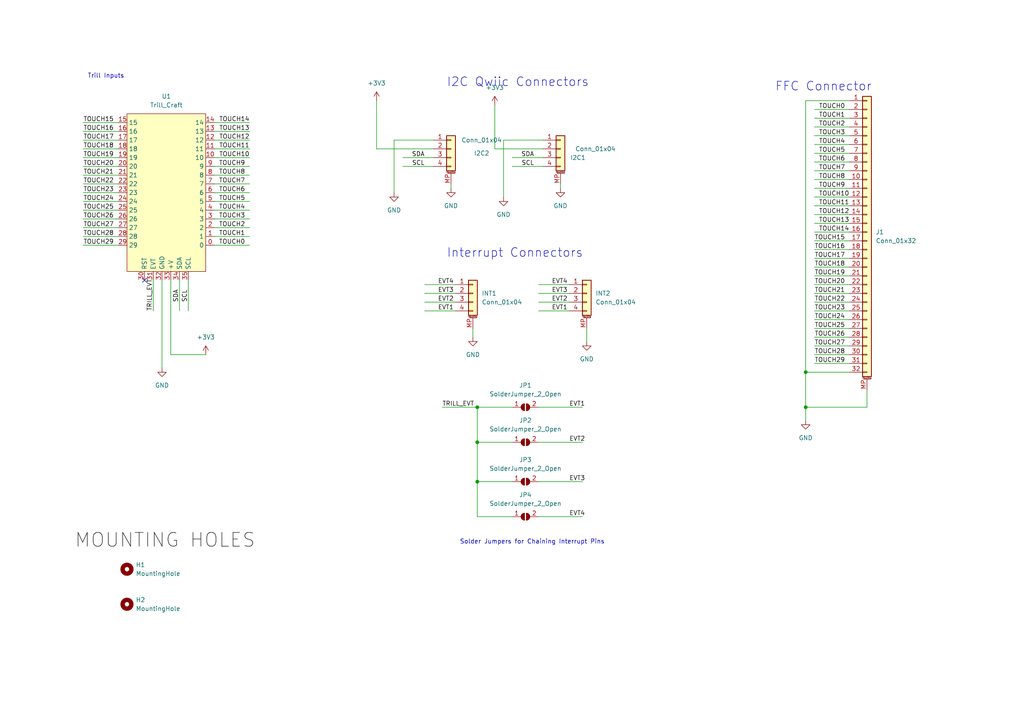
<source format=kicad_sch>
(kicad_sch (version 20230121) (generator eeschema)
  (paper "A4")
  (title_block (title "T-stick Trill Touch Extension Board vFFC") (date "2023-09") (rev "2") (company "Input Devices and Musical Interaction Lab, McGill University"))
  (lib_symbols
    (symbol "+3V3_1" (power) (pin_names (offset 0))
      (property "Value" "+3V3_1" (at 0 3.556 0))
      (symbol "+3V3_1_0_1"
        (polyline (pts (xy -0.762 1.27) (xy 0 2.54)))
        (polyline (pts (xy 0 0) (xy 0 2.54)))
        (polyline (pts (xy 0 2.54) (xy 0.762 1.27)))
      )
      (symbol "+3V3_1_1_1"
        (pin power_in line (at 0 0 90) (length 0) hide (name "+3V3") (number "1"))
      )
    )
    (symbol "Connector_Generic_MountingPin:Conn_01x04_MountingPin" (pin_names (offset 1.016) hide)
      (property "Reference" "J" (at 0 5.08 0))
      (property "Value" "Conn_01x04_MountingPin" (at 1.27 -7.62 0))
      (symbol "Conn_01x04_MountingPin_1_1"
        (rectangle (start -1.27 -4.953) (end 0 -5.207) (stroke (width 0.1524)))
        (rectangle (start -1.27 -2.413) (end 0 -2.667) (stroke (width 0.1524)))
        (rectangle (start -1.27 0.127) (end 0 -0.127) (stroke (width 0.1524)))
        (rectangle (start -1.27 2.667) (end 0 2.413) (stroke (width 0.1524)))
        (rectangle (start -1.27 3.81) (end 1.27 -6.35) (stroke (width 0.254)) (fill (type background)))
        (polyline (pts (xy -1.016 -7.112) (xy 1.016 -7.112)) (stroke (width 0.1524)))
        (text "Mounting" (at 0 -6.731 0) (effects (font (size 0.381 0.381))))
        (pin passive line (at -5.08 2.54 0) (length 3.81) (name "Pin_1") (number "1"))
        (pin passive line (at -5.08 0 0) (length 3.81) (name "Pin_2") (number "2"))
        (pin passive line (at -5.08 -2.54 0) (length 3.81) (name "Pin_3") (number "3"))
        (pin passive line (at -5.08 -5.08 0) (length 3.81) (name "Pin_4") (number "4"))
        (pin passive line (at 0 -10.16 90) (length 3.048) (name "MountPin") (number "MP"))
      )
    )
    (symbol "Connector_Generic_MountingPin:Conn_01x32_MountingPin" (pin_names (offset 1.016) hide)
      (property "Reference" "J" (at 0 40.64 0))
      (property "Value" "Conn_01x32_MountingPin" (at 1.27 -43.18 0))
      (symbol "Conn_01x32_MountingPin_1_1"
        (rectangle (start -1.27 -40.513) (end 0 -40.767) (stroke (width 0.1524)))
        (rectangle (start -1.27 -37.973) (end 0 -38.227) (stroke (width 0.1524)))
        (rectangle (start -1.27 -35.433) (end 0 -35.687) (stroke (width 0.1524)))
        (rectangle (start -1.27 -32.893) (end 0 -33.147) (stroke (width 0.1524)))
        (rectangle (start -1.27 -30.353) (end 0 -30.607) (stroke (width 0.1524)))
        (rectangle (start -1.27 -27.813) (end 0 -28.067) (stroke (width 0.1524)))
        (rectangle (start -1.27 -25.273) (end 0 -25.527) (stroke (width 0.1524)))
        (rectangle (start -1.27 -22.733) (end 0 -22.987) (stroke (width 0.1524)))
        (rectangle (start -1.27 -20.193) (end 0 -20.447) (stroke (width 0.1524)))
        (rectangle (start -1.27 -17.653) (end 0 -17.907) (stroke (width 0.1524)))
        (rectangle (start -1.27 -15.113) (end 0 -15.367) (stroke (width 0.1524)))
        (rectangle (start -1.27 -12.573) (end 0 -12.827) (stroke (width 0.1524)))
        (rectangle (start -1.27 -10.033) (end 0 -10.287) (stroke (width 0.1524)))
        (rectangle (start -1.27 -7.493) (end 0 -7.747) (stroke (width 0.1524)))
        (rectangle (start -1.27 -4.953) (end 0 -5.207) (stroke (width 0.1524)))
        (rectangle (start -1.27 -2.413) (end 0 -2.667) (stroke (width 0.1524)))
        (rectangle (start -1.27 0.127) (end 0 -0.127) (stroke (width 0.1524)))
        (rectangle (start -1.27 2.667) (end 0 2.413) (stroke (width 0.1524)))
        (rectangle (start -1.27 5.207) (end 0 4.953) (stroke (width 0.1524)))
        (rectangle (start -1.27 7.747) (end 0 7.493) (stroke (width 0.1524)))
        (rectangle (start -1.27 10.287) (end 0 10.033) (stroke (width 0.1524)))
        (rectangle (start -1.27 12.827) (end 0 12.573) (stroke (width 0.1524)))
        (rectangle (start -1.27 15.367) (end 0 15.113) (stroke (width 0.1524)))
        (rectangle (start -1.27 17.907) (end 0 17.653) (stroke (width 0.1524)))
        (rectangle (start -1.27 20.447) (end 0 20.193) (stroke (width 0.1524)))
        (rectangle (start -1.27 22.987) (end 0 22.733) (stroke (width 0.1524)))
        (rectangle (start -1.27 25.527) (end 0 25.273) (stroke (width 0.1524)))
        (rectangle (start -1.27 28.067) (end 0 27.813) (stroke (width 0.1524)))
        (rectangle (start -1.27 30.607) (end 0 30.353) (stroke (width 0.1524)))
        (rectangle (start -1.27 33.147) (end 0 32.893) (stroke (width 0.1524)))
        (rectangle (start -1.27 35.687) (end 0 35.433) (stroke (width 0.1524)))
        (rectangle (start -1.27 38.227) (end 0 37.973) (stroke (width 0.1524)))
        (rectangle (start -1.27 39.37) (end 1.27 -41.91) (stroke (width 0.254)) (fill (type background)))
        (polyline (pts (xy -1.016 -42.672) (xy 1.016 -42.672)) (stroke (width 0.1524)))
        (text "Mounting" (at 0 -42.291 0) (effects (font (size 0.381 0.381))))
        (pin passive line (at -5.08 38.1 0) (length 3.81) (name "Pin_1") (number "1"))
        (pin passive line (at -5.08 15.24 0) (length 3.81) (name "Pin_10") (number "10"))
        (pin passive line (at -5.08 12.7 0) (length 3.81) (name "Pin_11") (number "11"))
        (pin passive line (at -5.08 10.16 0) (length 3.81) (name "Pin_12") (number "12"))
        (pin passive line (at -5.08 7.62 0) (length 3.81) (name "Pin_13") (number "13"))
        (pin passive line (at -5.08 5.08 0) (length 3.81) (name "Pin_14") (number "14"))
        (pin passive line (at -5.08 2.54 0) (length 3.81) (name "Pin_15") (number "15"))
        (pin passive line (at -5.08 0 0) (length 3.81) (name "Pin_16") (number "16"))
        (pin passive line (at -5.08 -2.54 0) (length 3.81) (name "Pin_17") (number "17"))
        (pin passive line (at -5.08 -5.08 0) (length 3.81) (name "Pin_18") (number "18"))
        (pin passive line (at -5.08 -7.62 0) (length 3.81) (name "Pin_19") (number "19"))
        (pin passive line (at -5.08 35.56 0) (length 3.81) (name "Pin_2") (number "2"))
        (pin passive line (at -5.08 -10.16 0) (length 3.81) (name "Pin_20") (number "20"))
        (pin passive line (at -5.08 -12.7 0) (length 3.81) (name "Pin_21") (number "21"))
        (pin passive line (at -5.08 -15.24 0) (length 3.81) (name "Pin_22") (number "22"))
        (pin passive line (at -5.08 -17.78 0) (length 3.81) (name "Pin_23") (number "23"))
        (pin passive line (at -5.08 -20.32 0) (length 3.81) (name "Pin_24") (number "24"))
        (pin passive line (at -5.08 -22.86 0) (length 3.81) (name "Pin_25") (number "25"))
        (pin passive line (at -5.08 -25.4 0) (length 3.81) (name "Pin_26") (number "26"))
        (pin passive line (at -5.08 -27.94 0) (length 3.81) (name "Pin_27") (number "27"))
        (pin passive line (at -5.08 -30.48 0) (length 3.81) (name "Pin_28") (number "28"))
        (pin passive line (at -5.08 -33.02 0) (length 3.81) (name "Pin_29") (number "29"))
        (pin passive line (at -5.08 33.02 0) (length 3.81) (name "Pin_3") (number "3"))
        (pin passive line (at -5.08 -35.56 0) (length 3.81) (name "Pin_30") (number "30"))
        (pin passive line (at -5.08 -38.1 0) (length 3.81) (name "Pin_31") (number "31"))
        (pin passive line (at -5.08 -40.64 0) (length 3.81) (name "Pin_32") (number "32"))
        (pin passive line (at -5.08 30.48 0) (length 3.81) (name "Pin_4") (number "4"))
        (pin passive line (at -5.08 27.94 0) (length 3.81) (name "Pin_5") (number "5"))
        (pin passive line (at -5.08 25.4 0) (length 3.81) (name "Pin_6") (number "6"))
        (pin passive line (at -5.08 22.86 0) (length 3.81) (name "Pin_7") (number "7"))
        (pin passive line (at -5.08 20.32 0) (length 3.81) (name "Pin_8") (number "8"))
        (pin passive line (at -5.08 17.78 0) (length 3.81) (name "Pin_9") (number "9"))
        (pin passive line (at 0 -45.72 90) (length 3.048) (name "MountPin") (number "MP"))
      )
    )
    (symbol "GND_1" (power) (pin_names (offset 0))
      (property "Value" "GND_1" (at 0 -3.81 0))
      (symbol "GND_1_0_1"
        (polyline (pts (xy 0 0) (xy 0 -1.27) (xy 1.27 -1.27) (xy 0 -2.54) (xy -1.27 -1.27) (xy 0 -1.27)))
      )
      (symbol "GND_1_1_1"
        (pin power_in line (at 0 0 270) (length 0) hide (name "GND") (number "1"))
      )
    )
    (symbol "Jumper:SolderJumper_2_Open" (pin_names (offset 0) hide)
      (property "Reference" "JP" (at 0 2.032 0))
      (property "Value" "SolderJumper_2_Open" (at 0 -2.54 0))
      (symbol "SolderJumper_2_Open_0_1"
        (arc (start -0.254 1.016) (mid -1.2656 0) (end -0.254 -1.016))
        (arc (start -0.254 1.016) (mid -1.2656 0) (end -0.254 -1.016) (fill (type outline)))
        (polyline (pts (xy -0.254 1.016) (xy -0.254 -1.016)))
        (polyline (pts (xy 0.254 1.016) (xy 0.254 -1.016)))
        (arc (start 0.254 -1.016) (mid 1.2656 0) (end 0.254 1.016))
        (arc (start 0.254 -1.016) (mid 1.2656 0) (end 0.254 1.016) (fill (type outline)))
      )
      (symbol "SolderJumper_2_Open_1_1"
        (pin passive line (at -3.81 0 0) (length 2.54) (name "A") (number "1"))
        (pin passive line (at 3.81 0 180) (length 2.54) (name "B") (number "2"))
      )
    )
    (symbol "Mechanical:MountingHole" (pin_names (offset 1.016))
      (property "Reference" "H" (at 0 5.08 0))
      (property "Value" "MountingHole" (at 0 3.175 0))
      (symbol "MountingHole_0_1"
        (circle (center 0 0) (radius 1.27) (stroke (width 1.27)))
      )
    )
    (symbol "power:+3V3" (power) (pin_names (offset 0))
      (property "Value" "+3V3" (at 0 3.556 0))
      (symbol "+3V3_0_1"
        (polyline (pts (xy -0.762 1.27) (xy 0 2.54)))
        (polyline (pts (xy 0 0) (xy 0 2.54)))
        (polyline (pts (xy 0 2.54) (xy 0.762 1.27)))
      )
      (symbol "+3V3_1_1"
        (pin power_in line (at 0 0 90) (length 0) hide (name "+3V3") (number "1"))
      )
    )
    (symbol "power:GND" (power) (pin_names (offset 0))
      (property "Value" "GND" (at 0 -3.81 0))
      (symbol "GND_0_1"
        (polyline (pts (xy 0 0) (xy 0 -1.27) (xy 1.27 -1.27) (xy 0 -2.54) (xy -1.27 -1.27) (xy 0 -1.27)))
      )
      (symbol "GND_1_1"
        (pin power_in line (at 0 0 270) (length 0) hide (name "GND") (number "1"))
      )
    )
    (symbol "trill-symbols:Trill_Craft"
      (property "Reference" "U" (at 0 2.54 0))
      (property "Value" "Trill_Craft" (at 0 0 0))
      (symbol "Trill_Craft_0_1"
        (rectangle (start -11.43 21.59) (end 11.43 -24.13) (fill (type background)))
      )
      (symbol "Trill_Craft_1_1"
        (pin input line (at 13.97 -16.51 180) (length 2.54) (name "0") (number "0"))
        (pin input line (at 13.97 -13.97 180) (length 2.54) (name "1") (number "1"))
        (pin input line (at 13.97 8.89 180) (length 2.54) (name "10") (number "10"))
        (pin input line (at 13.97 11.43 180) (length 2.54) (name "11") (number "11"))
        (pin input line (at 13.97 13.97 180) (length 2.54) (name "12") (number "12"))
        (pin input line (at 13.97 16.51 180) (length 2.54) (name "13") (number "13"))
        (pin input line (at 13.97 19.05 180) (length 2.54) (name "14") (number "14"))
        (pin input line (at -13.97 19.05 0) (length 2.54) (name "15") (number "15"))
        (pin input line (at -13.97 16.51 0) (length 2.54) (name "16") (number "16"))
        (pin input line (at -13.97 13.97 0) (length 2.54) (name "17") (number "17"))
        (pin input line (at -13.97 11.43 0) (length 2.54) (name "18") (number "18"))
        (pin input line (at -13.97 8.89 0) (length 2.54) (name "19") (number "19"))
        (pin input line (at 13.97 -11.43 180) (length 2.54) (name "2") (number "2"))
        (pin input line (at -13.97 6.35 0) (length 2.54) (name "20") (number "20"))
        (pin input line (at -13.97 3.81 0) (length 2.54) (name "21") (number "21"))
        (pin input line (at -13.97 1.27 0) (length 2.54) (name "22") (number "22"))
        (pin input line (at -13.97 -1.27 0) (length 2.54) (name "23") (number "23"))
        (pin input line (at -13.97 -3.81 0) (length 2.54) (name "24") (number "24"))
        (pin input line (at -13.97 -6.35 0) (length 2.54) (name "25") (number "25"))
        (pin input line (at -13.97 -8.89 0) (length 2.54) (name "26") (number "26"))
        (pin input line (at -13.97 -11.43 0) (length 2.54) (name "27") (number "27"))
        (pin input line (at -13.97 -13.97 0) (length 2.54) (name "28") (number "28"))
        (pin input line (at -13.97 -16.51 0) (length 2.54) (name "29") (number "29"))
        (pin input line (at 13.97 -8.89 180) (length 2.54) (name "3") (number "3"))
        (pin input line (at -6.35 -26.67 90) (length 2.54) (name "RST") (number "30"))
        (pin input line (at -3.81 -26.67 90) (length 2.54) (name "EVT") (number "31"))
        (pin power_in line (at -1.27 -26.67 90) (length 2.54) (name "GND") (number "32"))
        (pin power_in line (at 1.27 -26.67 90) (length 2.54) (name "+V") (number "33"))
        (pin bidirectional line (at 3.81 -26.67 90) (length 2.54) (name "SDA") (number "34"))
        (pin bidirectional line (at 6.35 -26.67 90) (length 2.54) (name "SCL") (number "35"))
        (pin input line (at 13.97 -6.35 180) (length 2.54) (name "4") (number "4"))
        (pin input line (at 13.97 -3.81 180) (length 2.54) (name "5") (number "5"))
        (pin input line (at 13.97 -1.27 180) (length 2.54) (name "6") (number "6"))
        (pin input line (at 13.97 1.27 180) (length 2.54) (name "7") (number "7"))
        (pin input line (at 13.97 3.81 180) (length 2.54) (name "8") (number "8"))
        (pin input line (at 13.97 6.35 180) (length 2.54) (name "9") (number "9"))
      )
    )
  )
  (junction (at 138.43 118.11))
  (junction (at 138.43 128.27))
  (junction (at 233.68 107.95))
  (junction (at 138.43 139.7))
  (junction (at 233.68 118.11))
  (no_connect (at 41.91 81.28))
  (wire (pts (xy 123.19 87.63) (xy 132.08 87.63)))
  (wire (pts (xy 72.39 55.88) (xy 62.23 55.88)))
  (wire (pts (xy 52.07 81.28) (xy 52.07 90.17)))
  (wire (pts (xy 246.38 77.47) (xy 236.22 77.47)))
  (wire (pts (xy 236.22 67.31) (xy 246.38 67.31)))
  (wire (pts (xy 34.29 35.56) (xy 24.13 35.56)))
  (wire (pts (xy 72.39 58.42) (xy 62.23 58.42)))
  (wire (pts (xy 236.22 31.75) (xy 246.38 31.75)))
  (wire (pts (xy 246.38 80.01) (xy 236.22 80.01)))
  (wire (pts (xy 246.38 102.87) (xy 236.22 102.87)))
  (wire (pts (xy 236.22 34.29) (xy 246.38 34.29)))
  (wire (pts (xy 148.59 139.7) (xy 138.43 139.7)))
  (wire (pts (xy 246.38 29.21) (xy 233.68 29.21)))
  (wire (pts (xy 236.22 39.37) (xy 246.38 39.37)))
  (wire (pts (xy 138.43 118.11) (xy 148.59 118.11)))
  (wire (pts (xy 44.45 81.28) (xy 44.45 90.17)))
  (wire (pts (xy 62.23 35.56) (xy 72.39 35.56)))
  (wire (pts (xy 62.23 40.64) (xy 72.39 40.64)))
  (wire (pts (xy 246.38 100.33) (xy 236.22 100.33)))
  (wire (pts (xy 251.46 113.03) (xy 251.46 118.11)))
  (wire (pts (xy 123.19 85.09) (xy 132.08 85.09)))
  (wire (pts (xy 49.53 102.87) (xy 59.69 102.87)))
  (wire (pts (xy 233.68 107.95) (xy 233.68 118.11)))
  (wire (pts (xy 34.29 71.12) (xy 24.13 71.12)))
  (wire (pts (xy 72.39 53.34) (xy 62.23 53.34)))
  (wire (pts (xy 34.29 63.5) (xy 24.13 63.5)))
  (wire (pts (xy 143.51 30.48) (xy 143.51 43.18)))
  (wire (pts (xy 157.48 48.26) (xy 148.59 48.26)))
  (wire (pts (xy 138.43 118.11) (xy 138.43 128.27)))
  (wire (pts (xy 246.38 87.63) (xy 236.22 87.63)))
  (wire (pts (xy 236.22 36.83) (xy 246.38 36.83)))
  (wire (pts (xy 114.3 40.64) (xy 114.3 55.88)))
  (wire (pts (xy 125.73 48.26) (xy 116.84 48.26)))
  (wire (pts (xy 125.73 45.72) (xy 116.84 45.72)))
  (wire (pts (xy 109.22 29.21) (xy 109.22 43.18)))
  (wire (pts (xy 236.22 46.99) (xy 246.38 46.99)))
  (wire (pts (xy 236.22 44.45) (xy 246.38 44.45)))
  (wire (pts (xy 123.19 82.55) (xy 132.08 82.55)))
  (wire (pts (xy 72.39 60.96) (xy 62.23 60.96)))
  (wire (pts (xy 34.29 40.64) (xy 24.13 40.64)))
  (wire (pts (xy 72.39 48.26) (xy 62.23 48.26)))
  (wire (pts (xy 34.29 43.18) (xy 24.13 43.18)))
  (wire (pts (xy 148.59 149.86) (xy 138.43 149.86)))
  (wire (pts (xy 138.43 139.7) (xy 138.43 149.86)))
  (wire (pts (xy 236.22 41.91) (xy 246.38 41.91)))
  (wire (pts (xy 246.38 72.39) (xy 236.22 72.39)))
  (wire (pts (xy 157.48 45.72) (xy 148.59 45.72)))
  (wire (pts (xy 156.21 85.09) (xy 165.1 85.09)))
  (wire (pts (xy 54.61 81.28) (xy 54.61 90.17)))
  (wire (pts (xy 128.27 118.11) (xy 138.43 118.11)))
  (wire (pts (xy 34.29 60.96) (xy 24.13 60.96)))
  (wire (pts (xy 236.22 64.77) (xy 246.38 64.77)))
  (wire (pts (xy 34.29 66.04) (xy 24.13 66.04)))
  (wire (pts (xy 34.29 53.34) (xy 24.13 53.34)))
  (wire (pts (xy 156.21 128.27) (xy 168.91 128.27)))
  (wire (pts (xy 49.53 81.28) (xy 49.53 102.87)))
  (wire (pts (xy 236.22 49.53) (xy 246.38 49.53)))
  (wire (pts (xy 62.23 45.72) (xy 72.39 45.72)))
  (wire (pts (xy 72.39 50.8) (xy 62.23 50.8)))
  (wire (pts (xy 34.29 55.88) (xy 24.13 55.88)))
  (wire (pts (xy 72.39 63.5) (xy 62.23 63.5)))
  (wire (pts (xy 46.99 106.68) (xy 46.99 81.28)))
  (wire (pts (xy 246.38 85.09) (xy 236.22 85.09)))
  (wire (pts (xy 34.29 45.72) (xy 24.13 45.72)))
  (wire (pts (xy 156.21 90.17) (xy 165.1 90.17)))
  (wire (pts (xy 156.21 118.11) (xy 168.91 118.11)))
  (wire (pts (xy 246.38 97.79) (xy 236.22 97.79)))
  (wire (pts (xy 157.48 43.18) (xy 143.51 43.18)))
  (wire (pts (xy 72.39 66.04) (xy 62.23 66.04)))
  (wire (pts (xy 72.39 71.12) (xy 62.23 71.12)))
  (wire (pts (xy 246.38 69.85) (xy 236.22 69.85)))
  (wire (pts (xy 233.68 118.11) (xy 251.46 118.11)))
  (wire (pts (xy 34.29 50.8) (xy 24.13 50.8)))
  (wire (pts (xy 138.43 128.27) (xy 138.43 139.7)))
  (wire (pts (xy 34.29 48.26) (xy 24.13 48.26)))
  (wire (pts (xy 246.38 105.41) (xy 236.22 105.41)))
  (wire (pts (xy 246.38 95.25) (xy 236.22 95.25)))
  (wire (pts (xy 156.21 82.55) (xy 165.1 82.55)))
  (wire (pts (xy 62.23 43.18) (xy 72.39 43.18)))
  (wire (pts (xy 148.59 128.27) (xy 138.43 128.27)))
  (wire (pts (xy 34.29 38.1) (xy 24.13 38.1)))
  (wire (pts (xy 233.68 29.21) (xy 233.68 107.95)))
  (wire (pts (xy 246.38 90.17) (xy 236.22 90.17)))
  (wire (pts (xy 162.56 54.61) (xy 162.56 53.34)))
  (wire (pts (xy 246.38 92.71) (xy 236.22 92.71)))
  (wire (pts (xy 62.23 38.1) (xy 72.39 38.1)))
  (wire (pts (xy 72.39 68.58) (xy 62.23 68.58)))
  (wire (pts (xy 233.68 118.11) (xy 233.68 121.92)))
  (wire (pts (xy 125.73 43.18) (xy 109.22 43.18)))
  (wire (pts (xy 156.21 149.86) (xy 168.91 149.86)))
  (wire (pts (xy 236.22 59.69) (xy 246.38 59.69)))
  (wire (pts (xy 236.22 54.61) (xy 246.38 54.61)))
  (wire (pts (xy 137.16 97.79) (xy 137.16 95.25)))
  (wire (pts (xy 156.21 139.7) (xy 168.91 139.7)))
  (wire (pts (xy 246.38 74.93) (xy 236.22 74.93)))
  (wire (pts (xy 157.48 40.64) (xy 146.05 40.64)))
  (wire (pts (xy 34.29 58.42) (xy 24.13 58.42)))
  (wire (pts (xy 34.29 68.58) (xy 24.13 68.58)))
  (wire (pts (xy 146.05 40.64) (xy 146.05 57.15)))
  (wire (pts (xy 236.22 62.23) (xy 246.38 62.23)))
  (wire (pts (xy 125.73 40.64) (xy 114.3 40.64)))
  (wire (pts (xy 236.22 52.07) (xy 246.38 52.07)))
  (wire (pts (xy 123.19 90.17) (xy 132.08 90.17)))
  (wire (pts (xy 233.68 107.95) (xy 246.38 107.95)))
  (wire (pts (xy 130.81 54.61) (xy 130.81 53.34)))
  (wire (pts (xy 156.21 87.63) (xy 165.1 87.63)))
  (wire (pts (xy 170.18 99.06) (xy 170.18 95.25)))
  (wire (pts (xy 236.22 57.15) (xy 246.38 57.15)))
  (wire (pts (xy 246.38 82.55) (xy 236.22 82.55)))
  (text "Trill Inputs" (at 25.4 22.86 0) (effects (font (size 1.27 1.27)) (justify left bottom)))
  (text "Interrupt Connectors" (at 129.54 74.93 0) (effects (font (size 2.54 2.54)) (justify left bottom)))
  (text "Solder Jumpers for Chaining Interrupt Pins\n\n" (at 133.35 160.02 0) (effects (font (size 1.27 1.27)) (justify left bottom)))
  (text "I2C Qwiic Connectors" (at 129.54 25.4 0) (effects (font (size 2.54 2.54)) (justify left bottom)))
  (text "FFC Connector" (at 224.79 26.67 0) (effects (font (size 2.54 2.54)) (justify left bottom)))
  (label "TOUCH13" (at 237.49 64.77 0))
  (label "TOUCH0" (at 237.49 31.75 0))
  (label "TOUCH15" (at 245.11 69.85 180))
  (label "EVT4" (at 160.02 82.55 0))
  (label "TOUCH29" (at 33.02 71.12 180))
  (label "TOUCH7" (at 71.12 53.34 180))
  (label "TRILL_EVT" (at 44.45 90.17 90))
  (label "MOUNTING HOLES" (at 21.59 160.02 0) (effects (font (size 4 4))))
  (label "SDA" (at 123.19 45.72 180))
  (label "TOUCH4" (at 71.12 60.96 180))
  (label "EVT3" (at 127 85.09 0))
  (label "EVT2" (at 127 87.63 0))
  (label "TOUCH22" (at 33.02 53.34 180))
  (label "SCL" (at 154.94 48.26 180))
  (label "TOUCH4" (at 237.49 41.91 0))
  (label "EVT2" (at 160.02 87.63 0))
  (label "TOUCH11" (at 237.49 59.69 0))
  (label "TOUCH27" (at 33.02 66.04 180))
  (label "EVT1" (at 160.02 90.17 0))
  (label "SCL" (at 123.19 48.26 180))
  (label "EVT4" (at 165.1 149.86 0))
  (label "SDA" (at 52.07 87.63 90))
  (label "TOUCH18" (at 33.02 43.18 180))
  (label "TOUCH24" (at 33.02 58.42 180))
  (label "TOUCH14" (at 237.49 67.31 0))
  (label "TOUCH23" (at 245.11 90.17 180))
  (label "TOUCH21" (at 245.11 85.09 180))
  (label "TOUCH9" (at 237.49 54.61 0))
  (label "TOUCH28" (at 33.02 68.58 180))
  (label "TOUCH2" (at 71.12 66.04 180))
  (label "TOUCH7" (at 237.49 49.53 0))
  (label "TOUCH16" (at 33.02 38.1 180))
  (label "TOUCH10" (at 72.39 45.72 180))
  (label "TOUCH20" (at 33.02 48.26 180))
  (label "TOUCH25" (at 33.02 60.96 180))
  (label "TOUCH18" (at 245.11 77.47 180))
  (label "TOUCH21" (at 33.02 50.8 180))
  (label "TOUCH22" (at 245.11 87.63 180))
  (label "TOUCH6" (at 71.12 55.88 180))
  (label "TOUCH17" (at 33.02 40.64 180))
  (label "TOUCH26" (at 245.11 97.79 180))
  (label "TOUCH23" (at 33.02 55.88 180))
  (label "TOUCH14" (at 72.39 35.56 180))
  (label "TOUCH19" (at 245.11 80.01 180))
  (label "EVT3" (at 165.1 139.7 0))
  (label "SCL" (at 54.61 87.63 90))
  (label "TOUCH0" (at 71.12 71.12 180))
  (label "TOUCH15" (at 33.02 35.56 180))
  (label "EVT1" (at 165.1 118.11 0))
  (label "TOUCH2" (at 237.49 36.83 0))
  (label "EVT3" (at 160.02 85.09 0))
  (label "TOUCH8" (at 71.12 50.8 180))
  (label "TOUCH29" (at 245.11 105.41 180))
  (label "TOUCH9" (at 71.12 48.26 180))
  (label "TOUCH25" (at 245.11 95.25 180))
  (label "TOUCH26" (at 33.02 63.5 180))
  (label "TOUCH5" (at 237.49 44.45 0))
  (label "EVT4" (at 127 82.55 0))
  (label "TRILL_EVT" (at 128.27 118.11 0))
  (label "TOUCH1" (at 71.12 68.58 180))
  (label "TOUCH28" (at 245.11 102.87 180))
  (label "TOUCH17" (at 245.11 74.93 180))
  (label "EVT1" (at 127 90.17 0))
  (label "SDA" (at 154.94 45.72 180))
  (label "TOUCH24" (at 245.11 92.71 180))
  (label "EVT2" (at 165.1 128.27 0))
  (label "TOUCH12" (at 72.39 40.64 180))
  (label "TOUCH10" (at 237.49 57.15 0))
  (label "TOUCH3" (at 71.12 63.5 180))
  (label "TOUCH12" (at 237.49 62.23 0))
  (label "TOUCH1" (at 237.49 34.29 0))
  (label "TOUCH27" (at 245.11 100.33 180))
  (label "TOUCH8" (at 237.49 52.07 0))
  (label "TOUCH3" (at 237.49 39.37 0))
  (label "TOUCH20" (at 245.11 82.55 180))
  (label "TOUCH19" (at 33.02 45.72 180))
  (label "TOUCH13" (at 72.39 38.1 180))
  (label "TOUCH16" (at 245.11 72.39 180))
  (label "TOUCH11" (at 72.39 43.18 180))
  (label "TOUCH5" (at 71.12 58.42 180))
  (label "TOUCH6" (at 237.49 46.99 0))
  (symbol (lib_id "Connector_Generic_MountingPin:Conn_01x04_MountingPin") (at 130.81 43.18 0) (unit 1)
    (property "Reference" "I2C2" (at 139.7 44.45 0))
    (property "Value" "Conn_01x04" (at 139.7 40.64 0))
    (property "Footprint" "JST Connectors:JST_SH_BM04B-SRSS-TB_1x04-1MP_P1.00mm_Vertical" (effects hide))
    (property "Datasheet" "https://www.jst-mfg.com/product/pdf/eng/eSH.pdf" (effects hide))
    (property "Description Value Pkg" "Connector Header Surface Mount, Right Angle 4 position 0.039\" (1.00mm)" (effects hide))
    (property "Mfg Part #" "BM04B-SRSS-TB" (effects hide))
    (property "Manufacturer" "JST Sales America Inc." (effects hide))
  )
  (symbol (lib_name "GND_1") (lib_id "power:GND") (at 130.81 54.61 0) (unit 1)
    (property "Reference" "#PWR017" (effects hide))
    (property "Value" "GND" (at 130.81 59.69 0))
  )
  (symbol (lib_name "GND_1") (lib_id "power:GND") (at 114.3 55.88 0) (unit 1)
    (property "Reference" "#PWR01" (effects hide))
    (property "Value" "GND" (at 114.3 60.96 0))
  )
  (symbol (lib_id "power:+3V3") (at 59.69 102.87 0) (unit 1)
    (property "Reference" "#PWR03" (effects hide))
    (property "Value" "+3V3" (at 59.69 97.79 0))
  )
  (symbol (lib_id "Mechanical:MountingHole") (at 36.83 165.1 0) (unit 1) (in_bom no)
    (property "Reference" "H1" (at 39.37 163.83 0) (effects (justify left)))
    (property "Value" "MountingHole" (at 39.37 166.37 0) (effects (justify left)))
    (property "Footprint" "MountingHole:MountingHole_3.2mm_M3_DIN965" (effects hide))
  )
  (symbol (lib_id "Jumper:SolderJumper_2_Open") (at 152.4 118.11 0) (unit 1) (in_bom no)
    (property "Reference" "JP1" (at 152.4 111.76 0))
    (property "Value" "SolderJumper_2_Open" (at 152.4 114.3 0))
    (property "Footprint" "Jumper:SolderJumper-2_P1.3mm_Open_RoundedPad1.0x1.5mm" (effects hide))
  )
  (symbol (lib_name "+3V3_1") (lib_id "power:+3V3") (at 143.51 30.48 0) (unit 1)
    (property "Reference" "#PWR016" (effects hide))
    (property "Value" "+3V3" (at 143.51 25.4 0))
  )
  (symbol (lib_name "GND_1") (lib_id "power:GND") (at 146.05 57.15 0) (unit 1)
    (property "Reference" "#PWR015" (effects hide))
    (property "Value" "GND" (at 146.05 62.23 0))
  )
  (symbol (lib_id "Connector_Generic_MountingPin:Conn_01x04_MountingPin") (at 162.56 43.18 0) (unit 1)
    (property "Reference" "I2C1" (at 167.64 45.72 0))
    (property "Value" "Conn_01x04" (at 172.72 43.18 0))
    (property "Footprint" "JST Connectors:JST_SH_BM04B-SRSS-TB_1x04-1MP_P1.00mm_Vertical" (effects hide))
    (property "Datasheet" "https://www.jst-mfg.com/product/pdf/eng/eSH.pdf" (effects hide))
    (property "Description Value Pkg" "Connector Header Surface Mount, Right Angle 4 position 0.039\" (1.00mm)" (effects hide))
    (property "Mfg Part #" "BM04B-SRSS-TB" (effects hide))
    (property "Manufacturer" "JST Sales America Inc." (effects hide))
  )
  (symbol (lib_id "Jumper:SolderJumper_2_Open") (at 152.4 149.86 0) (unit 1) (in_bom no)
    (property "Reference" "JP4" (at 152.4 143.51 0))
    (property "Value" "SolderJumper_2_Open" (at 152.4 146.05 0))
    (property "Footprint" "Jumper:SolderJumper-2_P1.3mm_Open_RoundedPad1.0x1.5mm" (effects hide))
  )
  (symbol (lib_name "GND_1") (lib_id "power:GND") (at 170.18 99.06 0) (unit 1)
    (property "Reference" "#PWR010" (effects hide))
    (property "Value" "GND" (at 170.18 104.14 0))
  )
  (symbol (lib_id "Connector_Generic_MountingPin:Conn_01x32_MountingPin") (at 251.46 67.31 0) (unit 1)
    (property "Reference" "J1" (at 254 67.31 0) (effects (justify left)))
    (property "Value" "Conn_01x32" (at 254 69.85 0) (effects (justify left)))
    (property "Footprint" "ffc_footprints:CON_541323262_MOL" (effects hide))
    (property "Datasheet" "https://tools.molex.com/pdm_docs/ps/PS-54132-061.pdf" (effects hide))
    (property "Description Value Pkg" "32 Position FFC, FPC Connector Contacts, Bottom 0.020\" (0.50mm) Surface Mount, Right Angle" (effects hide))
    (property "Mfg Part #" "0541323262" (effects hide))
    (property "Manufacturer" "Molex" (effects hide))
  )
  (symbol (lib_id "Mechanical:MountingHole") (at 36.83 175.26 0) (unit 1) (in_bom no)
    (property "Reference" "H2" (at 39.37 173.99 0) (effects (justify left)))
    (property "Value" "MountingHole" (at 39.37 176.53 0) (effects (justify left)))
    (property "Footprint" "MountingHole:MountingHole_3.2mm_M3_DIN965" (effects hide))
  )
  (symbol (lib_name "+3V3_1") (lib_id "power:+3V3") (at 109.22 29.21 0) (unit 1)
    (property "Reference" "#PWR02" (effects hide))
    (property "Value" "+3V3" (at 109.22 24.13 0))
  )
  (symbol (lib_id "trill-symbols:Trill_Craft") (at 48.26 54.61 0) (unit 1) (in_bom no)
    (property "Reference" "U1" (at 48.26 27.94 0))
    (property "Value" "Trill_Craft" (at 48.26 30.48 0))
    (property "Footprint" "trill-footprints:Trill-Craft-Headers" (effects hide))
    (property "Datasheet" "https://github.com/BelaPlatform/Trill/blob/master/trill_datasheet.pdf" (effects hide))
  )
  (symbol (lib_name "GND_1") (lib_id "power:GND") (at 137.16 97.79 0) (unit 1)
    (property "Reference" "#PWR09" (effects hide))
    (property "Value" "GND" (at 137.16 102.87 0))
  )
  (symbol (lib_id "Connector_Generic_MountingPin:Conn_01x04_MountingPin") (at 170.18 85.09 0) (unit 1)
    (property "Reference" "INT2" (at 172.72 85.09 0) (effects (justify left)))
    (property "Value" "Conn_01x04" (at 172.72 87.63 0) (effects (justify left)))
    (property "Footprint" "JST Connectors:JST_SH_BM04B-SRSS-TB_1x04-1MP_P1.00mm_Vertical" (effects hide))
    (property "Datasheet" "https://www.jst-mfg.com/product/pdf/eng/eSH.pdf" (effects hide))
    (property "Description Value Pkg" "Connector Header Surface Mount, Right Angle 4 position 0.039\" (1.00mm)" (effects hide))
    (property "Mfg Part #" "BM04B-SRSS-TB" (effects hide))
    (property "Manufacturer" "JST Sales America Inc." (effects hide))
  )
  (symbol (lib_id "power:GND") (at 46.99 106.68 0) (unit 1)
    (property "Reference" "#PWR04" (effects hide))
    (property "Value" "GND" (at 46.99 111.76 0))
  )
  (symbol (lib_id "Jumper:SolderJumper_2_Open") (at 152.4 128.27 0) (unit 1) (in_bom no)
    (property "Reference" "JP2" (at 152.4 121.92 0))
    (property "Value" "SolderJumper_2_Open" (at 152.4 124.46 0))
    (property "Footprint" "Jumper:SolderJumper-2_P1.3mm_Open_RoundedPad1.0x1.5mm" (effects hide))
  )
  (symbol (lib_name "GND_1") (lib_id "power:GND") (at 162.56 54.61 0) (unit 1)
    (property "Reference" "#PWR018" (effects hide))
    (property "Value" "GND" (at 162.56 59.69 0))
  )
  (symbol (lib_id "Connector_Generic_MountingPin:Conn_01x04_MountingPin") (at 137.16 85.09 0) (unit 1)
    (property "Reference" "INT1" (at 139.7 85.09 0) (effects (justify left)))
    (property "Value" "Conn_01x04" (at 139.7 87.63 0) (effects (justify left)))
    (property "Footprint" "JST Connectors:JST_SH_BM04B-SRSS-TB_1x04-1MP_P1.00mm_Vertical" (effects hide))
    (property "Datasheet" "https://www.jst-mfg.com/product/pdf/eng/eSH.pdf" (effects hide))
    (property "Description Value Pkg" "Connector Header Surface Mount, Right Angle 4 position 0.039\" (1.00mm)" (effects hide))
    (property "Mfg Part #" "BM04B-SRSS-TB" (effects hide))
    (property "Manufacturer" "JST Sales America Inc." (effects hide))
  )
  (symbol (lib_id "Jumper:SolderJumper_2_Open") (at 152.4 139.7 0) (unit 1) (in_bom no)
    (property "Reference" "JP3" (at 152.4 133.35 0))
    (property "Value" "SolderJumper_2_Open" (at 152.4 135.89 0))
    (property "Footprint" "Jumper:SolderJumper-2_P1.3mm_Open_RoundedPad1.0x1.5mm" (effects hide))
  )
  (symbol (lib_id "power:GND") (at 233.68 121.92 0) (unit 1)
    (property "Reference" "#PWR07" (effects hide))
    (property "Value" "GND" (at 233.68 127 0))
  )
)
</source>
